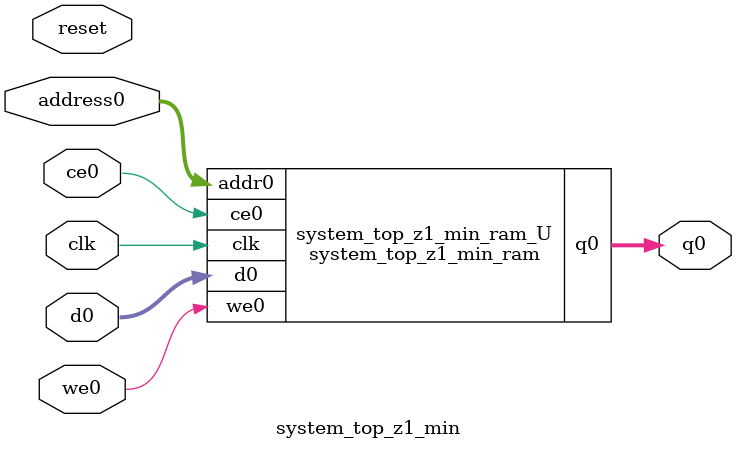
<source format=v>
`timescale 1 ns / 1 ps
module system_top_z1_min_ram (addr0, ce0, d0, we0, q0,  clk);

parameter DWIDTH = 26;
parameter AWIDTH = 4;
parameter MEM_SIZE = 15;

input[AWIDTH-1:0] addr0;
input ce0;
input[DWIDTH-1:0] d0;
input we0;
output reg[DWIDTH-1:0] q0;
input clk;

reg [DWIDTH-1:0] ram[0:MEM_SIZE-1];




always @(posedge clk)  
begin 
    if (ce0) begin
        if (we0) 
            ram[addr0] <= d0; 
        q0 <= ram[addr0];
    end
end


endmodule

`timescale 1 ns / 1 ps
module system_top_z1_min(
    reset,
    clk,
    address0,
    ce0,
    we0,
    d0,
    q0);

parameter DataWidth = 32'd26;
parameter AddressRange = 32'd15;
parameter AddressWidth = 32'd4;
input reset;
input clk;
input[AddressWidth - 1:0] address0;
input ce0;
input we0;
input[DataWidth - 1:0] d0;
output[DataWidth - 1:0] q0;



system_top_z1_min_ram system_top_z1_min_ram_U(
    .clk( clk ),
    .addr0( address0 ),
    .ce0( ce0 ),
    .we0( we0 ),
    .d0( d0 ),
    .q0( q0 ));

endmodule


</source>
